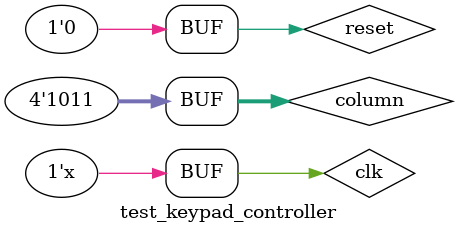
<source format=v>
`timescale 1ns / 1ps


module test_keypad_controller;

	// Inputs
	reg reset;
	reg clk;
	reg [3:0] column;

	// Outputs
	wire [3:0] row;
	wire interrupt;
	wire [3:0] keypad_data;

	// Instantiate the Unit Under Test (UUT)
	keypad_controller uut (
		.reset(reset), 
		.clk(clk), 
		.column(column), 
		.row(row), 
		.interrupt(interrupt), 
		.keypad_data(keypad_data)
	);
	
	always
		#10 clk = ~clk;
		
	initial begin
		// Initialize Inputs
		reset = 0;
		clk = 0;
		column = 4'b1111;

		// Wait 100 ns for global reset to finish
		#100;
		
		reset = 1;
		#100;
		reset = 0;
		
		#1000;
		
		column = 4'b1011;
        
		// Add stimulus here

	end
      
endmodule


</source>
